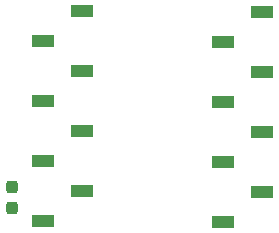
<source format=gbp>
G04 #@! TF.GenerationSoftware,KiCad,Pcbnew,9.0.2-9.0.2-0~ubuntu24.04.1*
G04 #@! TF.CreationDate,2025-06-12T12:11:57+02:00*
G04 #@! TF.ProjectId,PCB_Affichage,5043425f-4166-4666-9963-686167652e6b,rev?*
G04 #@! TF.SameCoordinates,Original*
G04 #@! TF.FileFunction,Paste,Bot*
G04 #@! TF.FilePolarity,Positive*
%FSLAX46Y46*%
G04 Gerber Fmt 4.6, Leading zero omitted, Abs format (unit mm)*
G04 Created by KiCad (PCBNEW 9.0.2-9.0.2-0~ubuntu24.04.1) date 2025-06-12 12:11:57*
%MOMM*%
%LPD*%
G01*
G04 APERTURE LIST*
G04 Aperture macros list*
%AMRoundRect*
0 Rectangle with rounded corners*
0 $1 Rounding radius*
0 $2 $3 $4 $5 $6 $7 $8 $9 X,Y pos of 4 corners*
0 Add a 4 corners polygon primitive as box body*
4,1,4,$2,$3,$4,$5,$6,$7,$8,$9,$2,$3,0*
0 Add four circle primitives for the rounded corners*
1,1,$1+$1,$2,$3*
1,1,$1+$1,$4,$5*
1,1,$1+$1,$6,$7*
1,1,$1+$1,$8,$9*
0 Add four rect primitives between the rounded corners*
20,1,$1+$1,$2,$3,$4,$5,0*
20,1,$1+$1,$4,$5,$6,$7,0*
20,1,$1+$1,$6,$7,$8,$9,0*
20,1,$1+$1,$8,$9,$2,$3,0*%
G04 Aperture macros list end*
%ADD10R,1.900000X1.000000*%
%ADD11RoundRect,0.237500X0.237500X-0.300000X0.237500X0.300000X-0.237500X0.300000X-0.237500X-0.300000X0*%
G04 APERTURE END LIST*
D10*
X110965000Y-48595000D03*
X107665000Y-51135000D03*
X110965000Y-53675000D03*
X107665000Y-56215000D03*
X110965000Y-58755000D03*
X107665000Y-61295000D03*
X110965000Y-63835000D03*
X107665000Y-66375000D03*
X122905000Y-66380000D03*
X126205000Y-63840000D03*
X122905000Y-61300000D03*
X126205000Y-58760000D03*
X122905000Y-56220000D03*
X126205000Y-53680000D03*
X122905000Y-51140000D03*
X126205000Y-48600000D03*
D11*
X105090000Y-65202500D03*
X105090000Y-63477500D03*
M02*

</source>
